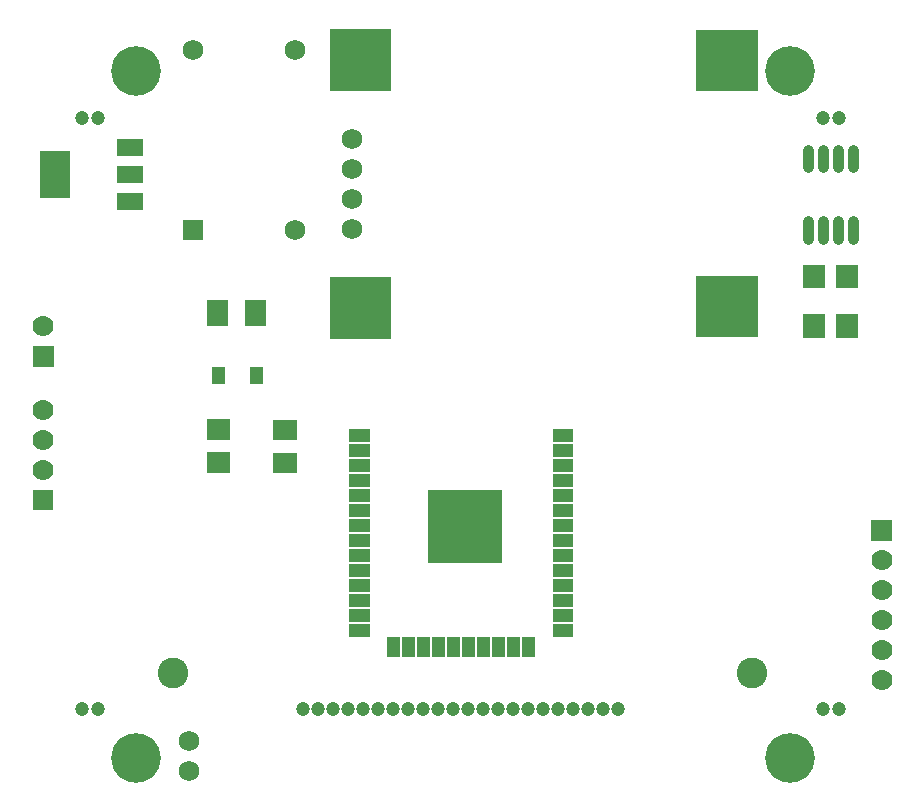
<source format=gts>
G04 Layer: TopSolderMaskLayer*
G04 EasyEDA v6.4.25, 2021-11-06T18:35:38+01:00*
G04 257399e89a0843229902440734c7eb75,b8d8dd1b48584f29be867e52f4c70977,10*
G04 Gerber Generator version 0.2*
G04 Scale: 100 percent, Rotated: No, Reflected: No *
G04 Dimensions in millimeters *
G04 leading zeros omitted , absolute positions ,4 integer and 5 decimal *
%FSLAX45Y45*%
%MOMM*%

%ADD35C,0.9032*%
%ADD36C,1.2032*%
%ADD37C,2.6032*%
%ADD38C,1.7272*%
%ADD40R,1.7272X1.7272*%
%ADD48C,1.7780*%
%ADD49R,1.7780X1.7780*%
%ADD50R,2.0041X1.8034*%
%ADD52C,4.2032*%

%LPD*%
D35*
X6972300Y-1032441D02*
G01*
X6972300Y-1182441D01*
X6845300Y-1032441D02*
G01*
X6845300Y-1182441D01*
X6718300Y-1032441D02*
G01*
X6718300Y-1182441D01*
X6591300Y-1032441D02*
G01*
X6591300Y-1182441D01*
X6972300Y-1636961D02*
G01*
X6972300Y-1786961D01*
X6845300Y-1636961D02*
G01*
X6845300Y-1786961D01*
X6718300Y-1636961D02*
G01*
X6718300Y-1786961D01*
X6591300Y-1636961D02*
G01*
X6591300Y-1786961D01*
D36*
G01*
X2315006Y-5765876D03*
G01*
X2441981Y-5765876D03*
G01*
X2568981Y-5765876D03*
G01*
X2695981Y-5765876D03*
G01*
X2822981Y-5765876D03*
G01*
X2949981Y-5765876D03*
G01*
X3076981Y-5765876D03*
G01*
X3203981Y-5765876D03*
G01*
X3330981Y-5765876D03*
G01*
X3457981Y-5765876D03*
G01*
X3584981Y-5765876D03*
G01*
X3711981Y-5765876D03*
G01*
X3838981Y-5765876D03*
G01*
X3965981Y-5765876D03*
G01*
X4092981Y-5765876D03*
G01*
X4219981Y-5765876D03*
G01*
X4346981Y-5765876D03*
G01*
X4473981Y-5765876D03*
G01*
X4600981Y-5765876D03*
G01*
X4727981Y-5765876D03*
G01*
X4854981Y-5765876D03*
G01*
X4982006Y-5765876D03*
G01*
X6721906Y-5765876D03*
G01*
X6849897Y-5765876D03*
G01*
X448106Y-5765876D03*
G01*
X576097Y-5765876D03*
G01*
X6721906Y-762076D03*
G01*
X6849897Y-762076D03*
G01*
X448106Y-762076D03*
G01*
X576122Y-762076D03*
D37*
G01*
X1215009Y-5465876D03*
G01*
X6114999Y-5465876D03*
D38*
G01*
X1346200Y-6296025D03*
G01*
X1346200Y-6042025D03*
G36*
X1544573Y-3017520D02*
G01*
X1544573Y-2875279D01*
X1655826Y-2875279D01*
X1655826Y-3017520D01*
G37*
G36*
X1869694Y-3017520D02*
G01*
X1869694Y-2875279D01*
X1980945Y-2875279D01*
X1980945Y-3017520D01*
G37*
D40*
G01*
X1384300Y-1714500D03*
D38*
G01*
X1384300Y-190500D03*
G01*
X2247900Y-190500D03*
G01*
X2247900Y-1714500D03*
G36*
X2542793Y-535686D02*
G01*
X2542793Y-15494D01*
X3062986Y-15494D01*
X3062986Y-535686D01*
G37*
G36*
X2542286Y-2635504D02*
G01*
X2542286Y-2115057D01*
X3062477Y-2115057D01*
X3062477Y-2635504D01*
G37*
G36*
X5645404Y-539495D02*
G01*
X5645404Y-19304D01*
X6165850Y-19304D01*
X6165850Y-539495D01*
G37*
G36*
X5645404Y-2622550D02*
G01*
X5645404Y-2102104D01*
X6165595Y-2102104D01*
X6165595Y-2622550D01*
G37*
G01*
X2730703Y-939952D03*
G01*
X2730703Y-1193952D03*
G01*
X2730703Y-1447952D03*
G01*
X2730703Y-1701952D03*
G36*
X2708909Y-3509518D02*
G01*
X2708909Y-3399281D01*
X2879090Y-3399281D01*
X2879090Y-3509518D01*
G37*
G36*
X2708909Y-3636518D02*
G01*
X2708909Y-3526281D01*
X2879090Y-3526281D01*
X2879090Y-3636518D01*
G37*
G36*
X2708909Y-3763518D02*
G01*
X2708909Y-3653281D01*
X2879090Y-3653281D01*
X2879090Y-3763518D01*
G37*
G36*
X2708909Y-3890518D02*
G01*
X2708909Y-3780281D01*
X2879090Y-3780281D01*
X2879090Y-3890518D01*
G37*
G36*
X2708909Y-4017518D02*
G01*
X2708909Y-3907281D01*
X2879090Y-3907281D01*
X2879090Y-4017518D01*
G37*
G36*
X2708909Y-4144518D02*
G01*
X2708909Y-4034281D01*
X2879090Y-4034281D01*
X2879090Y-4144518D01*
G37*
G36*
X2708909Y-4271518D02*
G01*
X2708909Y-4161281D01*
X2879090Y-4161281D01*
X2879090Y-4271518D01*
G37*
G36*
X2708909Y-4398518D02*
G01*
X2708909Y-4288281D01*
X2879090Y-4288281D01*
X2879090Y-4398518D01*
G37*
G36*
X2708909Y-4525518D02*
G01*
X2708909Y-4415281D01*
X2879090Y-4415281D01*
X2879090Y-4525518D01*
G37*
G36*
X2708909Y-4652518D02*
G01*
X2708909Y-4542281D01*
X2879090Y-4542281D01*
X2879090Y-4652518D01*
G37*
G36*
X2708909Y-4779518D02*
G01*
X2708909Y-4669281D01*
X2879090Y-4669281D01*
X2879090Y-4779518D01*
G37*
G36*
X2708909Y-4906518D02*
G01*
X2708909Y-4796281D01*
X2879090Y-4796281D01*
X2879090Y-4906518D01*
G37*
G36*
X2708909Y-5033518D02*
G01*
X2708909Y-4923281D01*
X2879090Y-4923281D01*
X2879090Y-5033518D01*
G37*
G36*
X2708909Y-5160518D02*
G01*
X2708909Y-5050281D01*
X2879090Y-5050281D01*
X2879090Y-5160518D01*
G37*
G36*
X3028950Y-5329428D02*
G01*
X3028950Y-5159247D01*
X3139186Y-5159247D01*
X3139186Y-5329428D01*
G37*
G36*
X3155950Y-5329428D02*
G01*
X3155950Y-5159247D01*
X3266186Y-5159247D01*
X3266186Y-5329428D01*
G37*
G36*
X3282950Y-5329428D02*
G01*
X3282950Y-5159247D01*
X3393186Y-5159247D01*
X3393186Y-5329428D01*
G37*
G36*
X3409950Y-5329428D02*
G01*
X3409950Y-5159247D01*
X3520186Y-5159247D01*
X3520186Y-5329428D01*
G37*
G36*
X3536950Y-5329428D02*
G01*
X3536950Y-5159247D01*
X3647186Y-5159247D01*
X3647186Y-5329428D01*
G37*
G36*
X3663950Y-5329428D02*
G01*
X3663950Y-5159247D01*
X3774186Y-5159247D01*
X3774186Y-5329428D01*
G37*
G36*
X3790950Y-5329428D02*
G01*
X3790950Y-5159247D01*
X3901186Y-5159247D01*
X3901186Y-5329428D01*
G37*
G36*
X3917950Y-5329428D02*
G01*
X3917950Y-5159247D01*
X4028186Y-5159247D01*
X4028186Y-5329428D01*
G37*
G36*
X4044950Y-5329428D02*
G01*
X4044950Y-5159247D01*
X4155186Y-5159247D01*
X4155186Y-5329428D01*
G37*
G36*
X4171950Y-5329428D02*
G01*
X4171950Y-5159247D01*
X4282186Y-5159247D01*
X4282186Y-5329428D01*
G37*
G36*
X4428743Y-5160518D02*
G01*
X4428743Y-5050281D01*
X4599177Y-5050281D01*
X4599177Y-5160518D01*
G37*
G36*
X4428743Y-5033518D02*
G01*
X4428743Y-4923281D01*
X4599177Y-4923281D01*
X4599177Y-5033518D01*
G37*
G36*
X4428743Y-4906518D02*
G01*
X4428743Y-4796281D01*
X4599177Y-4796281D01*
X4599177Y-4906518D01*
G37*
G36*
X4428743Y-4779518D02*
G01*
X4428743Y-4669281D01*
X4599177Y-4669281D01*
X4599177Y-4779518D01*
G37*
G36*
X4428743Y-4652518D02*
G01*
X4428743Y-4542281D01*
X4599177Y-4542281D01*
X4599177Y-4652518D01*
G37*
G36*
X4428743Y-4525518D02*
G01*
X4428743Y-4415281D01*
X4599177Y-4415281D01*
X4599177Y-4525518D01*
G37*
G36*
X4428743Y-4398518D02*
G01*
X4428743Y-4288281D01*
X4599177Y-4288281D01*
X4599177Y-4398518D01*
G37*
G36*
X4428743Y-4271518D02*
G01*
X4428743Y-4161281D01*
X4599177Y-4161281D01*
X4599177Y-4271518D01*
G37*
G36*
X4428743Y-4144518D02*
G01*
X4428743Y-4034281D01*
X4599177Y-4034281D01*
X4599177Y-4144518D01*
G37*
G36*
X4428743Y-4017518D02*
G01*
X4428743Y-3907281D01*
X4599177Y-3907281D01*
X4599177Y-4017518D01*
G37*
G36*
X4428743Y-3890518D02*
G01*
X4428743Y-3780281D01*
X4599177Y-3780281D01*
X4599177Y-3890518D01*
G37*
G36*
X4428743Y-3763518D02*
G01*
X4428743Y-3653281D01*
X4599177Y-3653281D01*
X4599177Y-3763518D01*
G37*
G36*
X4428743Y-3636518D02*
G01*
X4428743Y-3526281D01*
X4599177Y-3526281D01*
X4599177Y-3636518D01*
G37*
G36*
X4428743Y-3509518D02*
G01*
X4428743Y-3399281D01*
X4599177Y-3399281D01*
X4599177Y-3509518D01*
G37*
G36*
X3377945Y-4534662D02*
G01*
X3377945Y-3914139D01*
X3998213Y-3914139D01*
X3998213Y-4534662D01*
G37*
G36*
X90678Y-1444752D02*
G01*
X90678Y-1044447D01*
X341121Y-1044447D01*
X341121Y-1444752D01*
G37*
G36*
X740663Y-1314704D02*
G01*
X740663Y-1174495D01*
X961136Y-1174495D01*
X961136Y-1314704D01*
G37*
G36*
X740663Y-1084834D02*
G01*
X740663Y-944371D01*
X961136Y-944371D01*
X961136Y-1084834D01*
G37*
G36*
X740663Y-1544828D02*
G01*
X740663Y-1404365D01*
X961136Y-1404365D01*
X961136Y-1544828D01*
G37*
G36*
X6551929Y-2208276D02*
G01*
X6551929Y-2007870D01*
X6732270Y-2007870D01*
X6732270Y-2208276D01*
G37*
G36*
X6831329Y-2208276D02*
G01*
X6831329Y-2007870D01*
X7011670Y-2007870D01*
X7011670Y-2208276D01*
G37*
G36*
X6551929Y-2627376D02*
G01*
X6551929Y-2426970D01*
X6732270Y-2426970D01*
X6732270Y-2627376D01*
G37*
G36*
X6831329Y-2627376D02*
G01*
X6831329Y-2426970D01*
X7011670Y-2426970D01*
X7011670Y-2627376D01*
G37*
D48*
G01*
X7213600Y-5524500D03*
G01*
X7213600Y-5270500D03*
G01*
X7213600Y-5016500D03*
G01*
X7213600Y-4762500D03*
G01*
X7213600Y-4508500D03*
G36*
X7124700Y-4343400D02*
G01*
X7124700Y-4165600D01*
X7302500Y-4165600D01*
X7302500Y-4343400D01*
G37*
D50*
G01*
X2159127Y-3683000D03*
G01*
X2159127Y-3403600D03*
D49*
G01*
X114300Y-4000500D03*
D48*
G01*
X114300Y-3746500D03*
G01*
X114300Y-3492500D03*
G01*
X114300Y-3238500D03*
G36*
X25400Y-2870200D02*
G01*
X25400Y-2692400D01*
X203200Y-2692400D01*
X203200Y-2870200D01*
G37*
G01*
X114300Y-2527300D03*
G36*
X1502410Y-2523236D02*
G01*
X1502410Y-2302763D01*
X1682750Y-2302763D01*
X1682750Y-2523236D01*
G37*
G36*
X1822450Y-2523236D02*
G01*
X1822450Y-2302763D01*
X2002789Y-2302763D01*
X2002789Y-2523236D01*
G37*
G36*
X1500123Y-3493770D02*
G01*
X1500123Y-3313429D01*
X1700529Y-3313429D01*
X1700529Y-3493770D01*
G37*
G36*
X1500123Y-3773170D02*
G01*
X1500123Y-3592829D01*
X1700529Y-3592829D01*
X1700529Y-3773170D01*
G37*
D52*
G01*
X6438900Y-6184900D03*
G01*
X901700Y-6184900D03*
G01*
X6438900Y-368300D03*
G01*
X901700Y-368300D03*
M02*

</source>
